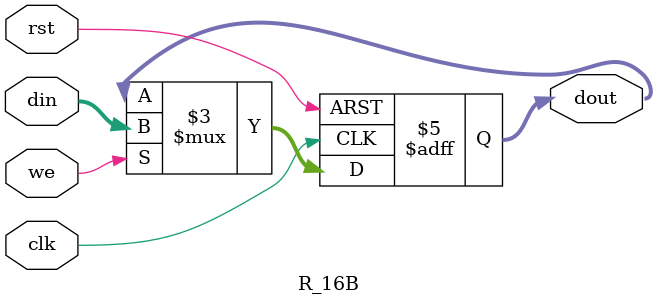
<source format=v>
`timescale 1ns / 1ps
/*
 
 Created by: Muhammad Aitesam
 
 Create Date:    21:05:08 12/09/2022 
 Design Name: 	  16-Bit Register
 Module Name:    R_16B 
 Project Name:   16-Bit Single Cycle RISC core Processor Design

 Description: 

 Dependencies: 

 Revision: 0.1V
 Additional Comments: 
	This module is a dependency of Parent module, /Register_File.v


 See Design Reference
	xst.pdf//Chapter 2//Page 57-58

*/
//////////////////////////////////////////////////////////////////////////////////
module R_16B(
    input clk,
    input rst,
	 input we,
    input [15:0] din,
    output reg [15:0] dout
    );
	 
	 
	 // See Design Reference: xst.pdf/Chapter "4-bit register with a positive-edge clock" Page 57
	 //reg [15:0] data_out;
	 always @(posedge clk or posedge rst) 
		begin
			if (rst) begin
				 //data_out <= 16'h0000;
				 dout <= 16'h0000;
			end
			else begin
				if (we == 1) begin
				 //data_out <= din;
				 dout <= din;
				 end
			end
	 end
		//assign dout = data_out;
	 
endmodule

</source>
